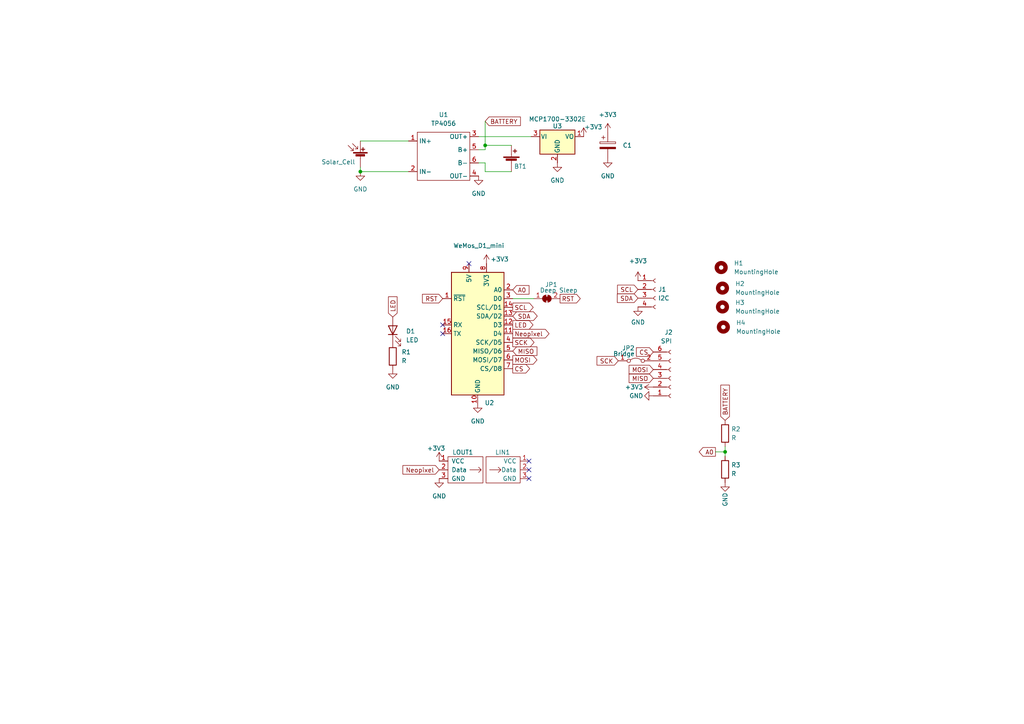
<source format=kicad_sch>
(kicad_sch (version 20211123) (generator eeschema)
  (paper "A4")
  (title_block (title "Solar Light") (date "2022-10-23") (rev "v0.1") (company "Fablab Zürich / Beat Besmer / Bernd Heistercamp"))
  (lib_symbols
    (symbol "Connector:Conn_01x04_Female" (pin_names (offset 1.016) hide)
      (property "Reference" "J" (at 0 5.08 0))
      (property "Value" "Conn_01x04_Female" (at 0 -7.62 0))
      (symbol "Conn_01x04_Female_1_1"
        (arc (start 0 -4.572) (mid -0.508 -5.08) (end 0 -5.588) (stroke (width 0.1524)))
        (arc (start 0 -2.032) (mid -0.508 -2.54) (end 0 -3.048) (stroke (width 0.1524)))
        (polyline (pts (xy -1.27 -5.08) (xy -0.508 -5.08)) (stroke (width 0.1524)))
        (polyline (pts (xy -1.27 -2.54) (xy -0.508 -2.54)) (stroke (width 0.1524)))
        (polyline (pts (xy -1.27 0) (xy -0.508 0)) (stroke (width 0.1524)))
        (polyline (pts (xy -1.27 2.54) (xy -0.508 2.54)) (stroke (width 0.1524)))
        (arc (start 0 0.508) (mid -0.508 0) (end 0 -0.508) (stroke (width 0.1524)))
        (arc (start 0 3.048) (mid -0.508 2.54) (end 0 2.032) (stroke (width 0.1524)))
        (pin passive line (at -5.08 2.54 0) (length 3.81) (name "Pin_1") (number "1"))
        (pin passive line (at -5.08 0 0) (length 3.81) (name "Pin_2") (number "2"))
        (pin passive line (at -5.08 -2.54 0) (length 3.81) (name "Pin_3") (number "3"))
        (pin passive line (at -5.08 -5.08 0) (length 3.81) (name "Pin_4") (number "4"))
      )
    )
    (symbol "Connector:Conn_01x06_Female" (pin_names (offset 1.016) hide)
      (property "Reference" "J" (at 0 7.62 0))
      (property "Value" "Conn_01x06_Female" (at 0 -10.16 0))
      (symbol "Conn_01x06_Female_1_1"
        (arc (start 0 -7.112) (mid -0.508 -7.62) (end 0 -8.128) (stroke (width 0.1524)))
        (arc (start 0 -4.572) (mid -0.508 -5.08) (end 0 -5.588) (stroke (width 0.1524)))
        (arc (start 0 -2.032) (mid -0.508 -2.54) (end 0 -3.048) (stroke (width 0.1524)))
        (polyline (pts (xy -1.27 -7.62) (xy -0.508 -7.62)) (stroke (width 0.1524)))
        (polyline (pts (xy -1.27 -5.08) (xy -0.508 -5.08)) (stroke (width 0.1524)))
        (polyline (pts (xy -1.27 -2.54) (xy -0.508 -2.54)) (stroke (width 0.1524)))
        (polyline (pts (xy -1.27 0) (xy -0.508 0)) (stroke (width 0.1524)))
        (polyline (pts (xy -1.27 2.54) (xy -0.508 2.54)) (stroke (width 0.1524)))
        (polyline (pts (xy -1.27 5.08) (xy -0.508 5.08)) (stroke (width 0.1524)))
        (arc (start 0 0.508) (mid -0.508 0) (end 0 -0.508) (stroke (width 0.1524)))
        (arc (start 0 3.048) (mid -0.508 2.54) (end 0 2.032) (stroke (width 0.1524)))
        (arc (start 0 5.588) (mid -0.508 5.08) (end 0 4.572) (stroke (width 0.1524)))
        (pin passive line (at -5.08 5.08 0) (length 3.81) (name "Pin_1") (number "1"))
        (pin passive line (at -5.08 2.54 0) (length 3.81) (name "Pin_2") (number "2"))
        (pin passive line (at -5.08 0 0) (length 3.81) (name "Pin_3") (number "3"))
        (pin passive line (at -5.08 -2.54 0) (length 3.81) (name "Pin_4") (number "4"))
        (pin passive line (at -5.08 -5.08 0) (length 3.81) (name "Pin_5") (number "5"))
        (pin passive line (at -5.08 -7.62 0) (length 3.81) (name "Pin_6") (number "6"))
      )
    )
    (symbol "Device:Battery_Cell" (pin_numbers hide) (pin_names (offset 0) hide)
      (property "Reference" "BT" (at 2.54 2.54 0))
      (property "Value" "Battery_Cell" (at 2.54 0 0))
      (symbol "Battery_Cell_0_1"
        (rectangle (start -2.286 1.778) (end 2.286 1.524) (fill (type outline)))
        (rectangle (start -1.5748 1.1938) (end 1.4732 0.6858) (fill (type outline)))
        (polyline (pts (xy 0 0.762) (xy 0 0)))
        (polyline (pts (xy 0 1.778) (xy 0 2.54)))
        (polyline (pts (xy 0.508 3.429) (xy 1.524 3.429)) (stroke (width 0.254)))
        (polyline (pts (xy 1.016 3.937) (xy 1.016 2.921)) (stroke (width 0.254)))
      )
      (symbol "Battery_Cell_1_1"
        (pin passive line (at 0 5.08 270) (length 2.54) (name "+") (number "1"))
        (pin passive line (at 0 -2.54 90) (length 2.54) (name "-") (number "2"))
      )
    )
    (symbol "Device:C_Polarized" (pin_numbers hide) (pin_names (offset 0.254))
      (property "Reference" "C" (at 0.635 2.54 0))
      (property "Value" "C_Polarized" (at 0.635 -2.54 0))
      (symbol "C_Polarized_0_1"
        (rectangle (start -2.286 0.508) (end 2.286 1.016))
        (polyline (pts (xy -1.778 2.286) (xy -0.762 2.286)))
        (polyline (pts (xy -1.27 2.794) (xy -1.27 1.778)))
        (rectangle (start 2.286 -0.508) (end -2.286 -1.016) (fill (type outline)))
      )
      (symbol "C_Polarized_1_1"
        (pin passive line (at 0 3.81 270) (length 2.794) (name "~") (number "1"))
        (pin passive line (at 0 -3.81 90) (length 2.794) (name "~") (number "2"))
      )
    )
    (symbol "Device:LED" (pin_numbers hide) (pin_names (offset 1.016) hide)
      (property "Reference" "D" (at 0 2.54 0))
      (property "Value" "LED" (at 0 -2.54 0))
      (symbol "LED_0_1"
        (polyline (pts (xy -1.27 -1.27) (xy -1.27 1.27)) (stroke (width 0.254)))
        (polyline (pts (xy -1.27 0) (xy 1.27 0)))
        (polyline (pts (xy 1.27 -1.27) (xy 1.27 1.27) (xy -1.27 0) (xy 1.27 -1.27)) (stroke (width 0.254)))
        (polyline (pts (xy -3.048 -0.762) (xy -4.572 -2.286) (xy -3.81 -2.286) (xy -4.572 -2.286) (xy -4.572 -1.524)))
        (polyline (pts (xy -1.778 -0.762) (xy -3.302 -2.286) (xy -2.54 -2.286) (xy -3.302 -2.286) (xy -3.302 -1.524)))
      )
      (symbol "LED_1_1"
        (pin passive line (at -3.81 0 0) (length 2.54) (name "K") (number "1"))
        (pin passive line (at 3.81 0 180) (length 2.54) (name "A") (number "2"))
      )
    )
    (symbol "Device:R" (pin_numbers hide) (pin_names (offset 0))
      (property "Reference" "R" (at 2.032 0 90))
      (property "Value" "R" (at 0 0 90))
      (symbol "R_0_1"
        (rectangle (start -1.016 -2.54) (end 1.016 2.54) (stroke (width 0.254)))
      )
      (symbol "R_1_1"
        (pin passive line (at 0 3.81 270) (length 1.27) (name "~") (number "1"))
        (pin passive line (at 0 -3.81 90) (length 1.27) (name "~") (number "2"))
      )
    )
    (symbol "Device:Solar_Cell" (pin_numbers hide) (pin_names (offset 0) hide)
      (property "Reference" "SC" (at 2.54 2.54 0))
      (property "Value" "Solar_Cell" (at 2.54 0 0))
      (symbol "Solar_Cell_0_1"
        (rectangle (start -2.032 1.778) (end 2.032 1.524) (fill (type outline)))
        (rectangle (start -1.3208 1.1938) (end 1.27 0.6858) (fill (type outline)))
        (polyline (pts (xy -2.032 2.286) (xy -3.556 3.81)))
        (polyline (pts (xy -0.762 2.794) (xy -2.286 4.318)))
        (polyline (pts (xy 0 0.762) (xy 0 0)))
        (polyline (pts (xy 0 1.778) (xy 0 2.54)))
        (polyline (pts (xy 0.254 2.667) (xy 1.27 2.667)) (stroke (width 0.254)))
        (polyline (pts (xy 0.762 3.175) (xy 0.762 2.159)) (stroke (width 0.254)))
        (polyline (pts (xy -2.032 3.048) (xy -2.032 2.286) (xy -2.794 2.286)))
        (polyline (pts (xy -0.762 3.556) (xy -0.762 2.794) (xy -1.524 2.794)))
      )
      (symbol "Solar_Cell_1_1"
        (pin passive line (at 0 5.08 270) (length 2.54) (name "+") (number "1"))
        (pin passive line (at 0 -2.54 90) (length 2.54) (name "-") (number "2"))
      )
    )
    (symbol "Jumper:Jumper_2_Bridged" (pin_names (offset 0) hide)
      (property "Reference" "JP" (at 0 1.905 0))
      (property "Value" "Jumper_2_Bridged" (at 0 -2.54 0))
      (symbol "Jumper_2_Bridged_0_0"
        (circle (center -2.032 0) (radius 0.508))
        (circle (center 2.032 0) (radius 0.508))
      )
      (symbol "Jumper_2_Bridged_0_1"
        (arc (start 1.524 0.254) (mid 0 0.762) (end -1.524 0.254))
      )
      (symbol "Jumper_2_Bridged_1_1"
        (pin passive line (at -5.08 0 0) (length 2.54) (name "A") (number "1"))
        (pin passive line (at 5.08 0 180) (length 2.54) (name "B") (number "2"))
      )
    )
    (symbol "Jumper:SolderJumper_2_Bridged" (pin_names (offset 0) hide)
      (property "Reference" "JP" (at 0 2.032 0))
      (property "Value" "SolderJumper_2_Bridged" (at 0 -2.54 0))
      (symbol "SolderJumper_2_Bridged_0_1"
        (rectangle (start -0.508 0.508) (end 0.508 -0.508) (fill (type outline)))
        (arc (start -0.254 1.016) (mid -1.27 0) (end -0.254 -1.016))
        (arc (start -0.254 1.016) (mid -1.27 0) (end -0.254 -1.016) (fill (type outline)))
        (polyline (pts (xy -0.254 1.016) (xy -0.254 -1.016)))
        (polyline (pts (xy 0.254 1.016) (xy 0.254 -1.016)))
        (arc (start 0.254 -1.016) (mid 1.27 0) (end 0.254 1.016))
        (arc (start 0.254 -1.016) (mid 1.27 0) (end 0.254 1.016) (fill (type outline)))
      )
      (symbol "SolderJumper_2_Bridged_1_1"
        (pin passive line (at -3.81 0 0) (length 2.54) (name "A") (number "1"))
        (pin passive line (at 3.81 0 180) (length 2.54) (name "B") (number "2"))
      )
    )
    (symbol "MCU_Module:WeMos_D1_mini"
      (property "Reference" "U" (at 3.81 19.05 0))
      (property "Value" "WeMos_D1_mini" (at 1.27 -19.05 0))
      (symbol "WeMos_D1_mini_1_1"
        (rectangle (start -7.62 17.78) (end 7.62 -17.78) (stroke (width 0.254)) (fill (type background)))
        (pin input line (at -10.16 10.16 0) (length 2.54) (name "~{RST}") (number "1"))
        (pin power_in line (at 0 -20.32 90) (length 2.54) (name "GND") (number "10"))
        (pin bidirectional line (at 10.16 0 180) (length 2.54) (name "D4") (number "11"))
        (pin bidirectional line (at 10.16 2.54 180) (length 2.54) (name "D3") (number "12"))
        (pin bidirectional line (at 10.16 5.08 180) (length 2.54) (name "SDA/D2") (number "13"))
        (pin bidirectional line (at 10.16 7.62 180) (length 2.54) (name "SCL/D1") (number "14"))
        (pin input line (at -10.16 2.54 0) (length 2.54) (name "RX") (number "15"))
        (pin output line (at -10.16 0 0) (length 2.54) (name "TX") (number "16"))
        (pin input line (at 10.16 12.7 180) (length 2.54) (name "A0") (number "2"))
        (pin bidirectional line (at 10.16 10.16 180) (length 2.54) (name "D0") (number "3"))
        (pin bidirectional line (at 10.16 -2.54 180) (length 2.54) (name "SCK/D5") (number "4"))
        (pin bidirectional line (at 10.16 -5.08 180) (length 2.54) (name "MISO/D6") (number "5"))
        (pin bidirectional line (at 10.16 -7.62 180) (length 2.54) (name "MOSI/D7") (number "6"))
        (pin bidirectional line (at 10.16 -10.16 180) (length 2.54) (name "CS/D8") (number "7"))
        (pin power_out line (at 2.54 20.32 270) (length 2.54) (name "3V3") (number "8"))
        (pin power_in line (at -2.54 20.32 270) (length 2.54) (name "5V") (number "9"))
      )
    )
    (symbol "Mechanical:MountingHole" (pin_names (offset 1.016))
      (property "Reference" "H" (at 0 5.08 0))
      (property "Value" "MountingHole" (at 0 3.175 0))
      (symbol "MountingHole_0_1"
        (circle (center 0 0) (radius 1.27) (stroke (width 1.27)))
      )
    )
    (symbol "NeopixelStrip:LEDs_In" (pin_names (offset 1.016))
      (property "Reference" "LIN" (at 0 7.62 0))
      (property "Value" "LEDs_In" (at 0 5.08 0))
      (symbol "LEDs_In_0_1"
        (rectangle (start -4.826 3.81) (end 5.08 -3.81) (stroke (width 0.1524)))
        (polyline (pts (xy -3.81 0) (xy -0.508 0) (xy -1.27 0.762) (xy -0.508 0) (xy -1.27 -0.762)) (stroke (width 0.1524)))
      )
      (symbol "LEDs_In_1_1"
        (pin power_out line (at 7.62 2.54 180) (length 2.54) (name "VCC") (number "1"))
        (pin output line (at 7.62 0 180) (length 2.54) (name "Data") (number "2"))
        (pin power_out line (at 7.62 -2.54 180) (length 2.54) (name "GND") (number "3"))
      )
    )
    (symbol "NeopixelStrip:LEDs_Out" (pin_names (offset 1.016))
      (property "Reference" "LOUT" (at 0 7.874 0))
      (property "Value" "LEDs_Out" (at 0 6.096 0))
      (symbol "LEDs_Out_0_1"
        (rectangle (start -5.08 5.08) (end 5.08 -2.54) (stroke (width 0.1524)))
        (polyline (pts (xy 1.27 1.27) (xy 4.572 1.27) (xy 3.81 2.032) (xy 4.572 1.27) (xy 3.81 0.508)) (stroke (width 0.1524)))
      )
      (symbol "LEDs_Out_1_1"
        (pin power_in line (at -7.62 3.81 0) (length 2.54) (name "VCC") (number "1"))
        (pin input line (at -7.62 1.27 0) (length 2.54) (name "Data") (number "2"))
        (pin power_in line (at -7.62 -1.27 0) (length 2.54) (name "GND") (number "3"))
      )
    )
    (symbol "Regulator_Linear:L78L33_TO92" (pin_names (offset 0.254))
      (property "Reference" "U" (at -3.81 3.175 0))
      (property "Value" "L78L33_TO92" (at 0 3.175 0))
      (symbol "L78L33_TO92_0_1"
        (rectangle (start -5.08 -5.08) (end 5.08 1.905) (stroke (width 0.254)) (fill (type background)))
      )
      (symbol "L78L33_TO92_1_1"
        (pin power_out line (at 7.62 0 180) (length 2.54) (name "VO") (number "1"))
        (pin power_in line (at 0 -7.62 90) (length 2.54) (name "GND") (number "2"))
        (pin power_in line (at -7.62 0 0) (length 2.54) (name "VI") (number "3"))
      )
    )
    (symbol "TP4056:TP4056"
      (property "Reference" "U" (at 0 8.89 0))
      (property "Value" "TP4056" (at 0 -7.62 0))
      (symbol "TP4056_0_1"
        (rectangle (start -7.62 7.62) (end 7.62 -6.35))
      )
      (symbol "TP4056_1_1"
        (pin power_in line (at -10.16 5.08 0) (length 2.54) (name "IN+") (number "1"))
        (pin power_in line (at -10.16 -3.81 0) (length 2.54) (name "IN-") (number "2"))
        (pin power_out line (at 10.16 6.35 180) (length 2.54) (name "OUT+") (number "3"))
        (pin power_out line (at 10.16 -5.08 180) (length 2.54) (name "OUT-") (number "4"))
        (pin power_in line (at 10.16 2.54 180) (length 2.54) (name "B+") (number "5"))
        (pin power_in line (at 10.16 -1.27 180) (length 2.54) (name "B-") (number "6"))
      )
    )
    (symbol "power:+3V3" (power) (pin_names (offset 0))
      (property "Value" "+3V3" (at 0 3.556 0))
      (symbol "+3V3_0_1"
        (polyline (pts (xy -0.762 1.27) (xy 0 2.54)))
        (polyline (pts (xy 0 0) (xy 0 2.54)))
        (polyline (pts (xy 0 2.54) (xy 0.762 1.27)))
      )
      (symbol "+3V3_1_1"
        (pin power_in line (at 0 0 90) (length 0) hide (name "+3V3") (number "1"))
      )
    )
    (symbol "power:GND" (power) (pin_names (offset 0))
      (property "Value" "GND" (at 0 -3.81 0))
      (symbol "GND_0_1"
        (polyline (pts (xy 0 0) (xy 0 -1.27) (xy 1.27 -1.27) (xy 0 -2.54) (xy -1.27 -1.27) (xy 0 -1.27)))
      )
      (symbol "GND_1_1"
        (pin power_in line (at 0 0 270) (length 0) hide (name "GND") (number "1"))
      )
    )
  )
  (junction (at 104.521 49.784))
  (junction (at 210.312 131.064))
  (junction (at 140.716 42.164))
  (no_connect (at 153.416 136.271))
  (no_connect (at 136.017 76.454))
  (no_connect (at 128.397 94.234))
  (no_connect (at 128.397 96.774))
  (no_connect (at 153.416 138.811))
  (no_connect (at 153.416 133.731))
  (wire (pts (xy 140.716 42.164) (xy 148.336 42.164)))
  (wire (pts (xy 140.716 49.784) (xy 140.716 47.244)))
  (wire (pts (xy 138.811 39.624) (xy 154.051 39.624)))
  (wire (pts (xy 104.521 49.784) (xy 104.521 48.514)))
  (wire (pts (xy 148.717 86.614) (xy 154.813 86.614)))
  (wire (pts (xy 140.716 35.179) (xy 140.716 42.164)))
  (wire (pts (xy 118.491 49.784) (xy 104.521 49.784)))
  (wire (pts (xy 138.811 43.434) (xy 140.716 43.434)))
  (wire (pts (xy 207.518 131.064) (xy 210.312 131.064)))
  (wire (pts (xy 210.312 129.54) (xy 210.312 131.064)))
  (wire (pts (xy 210.312 131.064) (xy 210.312 132.334)))
  (wire (pts (xy 140.716 43.434) (xy 140.716 42.164)))
  (wire (pts (xy 104.521 40.894) (xy 118.491 40.894)))
  (wire (pts (xy 140.716 47.244) (xy 138.811 47.244)))
  (wire (pts (xy 140.716 49.784) (xy 148.336 49.784)))
  (global_label "SCL" (shape input) (at 185.039 83.947 180) (property "Intersheet References" "${INTERSHEET_REFS}" (effects hide)))
  (global_label "RST" (shape output) (at 162.433 86.614 0) (property "Intersheet References" "${INTERSHEET_REFS}" (effects hide)))
  (global_label "MOSI" (shape output) (at 148.717 104.394 0) (property "Intersheet References" "${INTERSHEET_REFS}" (effects hide)))
  (global_label "SDA" (shape bidirectional) (at 148.717 91.694 0) (property "Intersheet References" "${INTERSHEET_REFS}" (effects hide)))
  (global_label "CS" (shape output) (at 148.717 106.934 0) (property "Intersheet References" "${INTERSHEET_REFS}" (effects hide)))
  (global_label "A0" (shape output) (at 207.518 131.064 180) (property "Intersheet References" "${INTERSHEET_REFS}" (effects hide)))
  (global_label "LED" (shape input) (at 113.919 91.948 90) (property "Intersheet References" "${INTERSHEET_REFS}" (effects hide)))
  (global_label "MOSI" (shape input) (at 189.484 107.188 180) (property "Intersheet References" "${INTERSHEET_REFS}" (effects hide)))
  (global_label "LED" (shape output) (at 148.717 94.234 0) (property "Intersheet References" "${INTERSHEET_REFS}" (effects hide)))
  (global_label "MISO" (shape input) (at 148.717 101.854 0) (property "Intersheet References" "${INTERSHEET_REFS}" (effects hide)))
  (global_label "CS" (shape input) (at 189.484 102.108 180) (property "Intersheet References" "${INTERSHEET_REFS}" (effects hide)))
  (global_label "SCL" (shape output) (at 148.717 89.154 0) (property "Intersheet References" "${INTERSHEET_REFS}" (effects hide)))
  (global_label "BATTERY" (shape input) (at 140.716 35.179 0) (property "Intersheet References" "${INTERSHEET_REFS}" (effects hide)))
  (global_label "SCK" (shape output) (at 148.717 99.314 0) (property "Intersheet References" "${INTERSHEET_REFS}" (effects hide)))
  (global_label "Neopixel" (shape input) (at 127.381 136.271 180) (property "Intersheet References" "${INTERSHEET_REFS}" (effects hide)))
  (global_label "BATTERY" (shape input) (at 210.312 121.92 90) (property "Intersheet References" "${INTERSHEET_REFS}" (effects hide)))
  (global_label "RST" (shape input) (at 128.397 86.614 180) (property "Intersheet References" "${INTERSHEET_REFS}" (effects hide)))
  (global_label "A0" (shape input) (at 148.717 84.074 0) (property "Intersheet References" "${INTERSHEET_REFS}" (effects hide)))
  (global_label "SDA" (shape input) (at 185.039 86.487 180) (property "Intersheet References" "${INTERSHEET_REFS}" (effects hide)))
  (global_label "Neopixel" (shape output) (at 148.717 96.774 0) (property "Intersheet References" "${INTERSHEET_REFS}" (effects hide)))
  (global_label "SCK" (shape input) (at 179.324 104.648 180) (property "Intersheet References" "${INTERSHEET_REFS}" (effects hide)))
  (global_label "MISO" (shape input) (at 189.484 109.728 180) (property "Intersheet References" "${INTERSHEET_REFS}" (effects hide)))
  (symbol (lib_id "power:+3V3") (at 185.039 81.407 0) (unit 1)
    (property "Reference" "#PWR0111" (effects hide))
    (property "Value" "+3V3" (at 185.039 75.692 0))
  )
  (symbol (lib_id "Device:Battery_Cell") (at 148.336 47.244 0) (unit 1)
    (property "Reference" "BT1" (at 149.098 48.26 0) (effects (justify left)))
    (property "Value" "Battery_Cell" (effects hide))
    (property "Footprint" "Connector_PinHeader_2.54mm:PinHeader_1x02_P2.54mm_Vertical" (effects hide))
  )
  (symbol (lib_id "Device:LED") (at 113.919 95.758 90) (unit 1)
    (property "Reference" "D1" (at 117.729 96.0754 90) (effects (justify right)))
    (property "Value" "LED" (at 117.729 98.6154 90) (effects (justify right)))
    (property "Footprint" "LED_THT:LED_D5.0mm" (effects hide))
  )
  (symbol (lib_id "power:GND") (at 210.312 139.954 0) (unit 1)
    (property "Reference" "#PWR0115" (effects hide))
    (property "Value" "GND" (at 210.312 146.939 90) (effects (justify left)))
  )
  (symbol (lib_id "Device:R") (at 113.919 103.378 0) (unit 1)
    (property "Reference" "R1" (at 116.459 102.1079 0) (effects (justify left)))
    (property "Value" "R" (at 116.459 104.6479 0) (effects (justify left)))
    (property "Footprint" "Resistor_THT:R_Axial_DIN0207_L6.3mm_D2.5mm_P2.54mm_Vertical" (effects hide))
  )
  (symbol (lib_id "power:GND") (at 176.276 45.974 0) (unit 1)
    (property "Reference" "#PWR0103" (effects hide))
    (property "Value" "GND" (at 176.276 51.054 0))
  )
  (symbol (lib_id "Mechanical:MountingHole") (at 209.169 77.597 0) (unit 1)
    (property "Reference" "H1" (at 212.852 76.3269 0) (effects (justify left)))
    (property "Value" "MountingHole" (at 212.852 78.8669 0) (effects (justify left)))
    (property "Footprint" "MountingHole:MountingHole_3.2mm_M3" (effects hide))
  )
  (symbol (lib_id "power:GND") (at 113.919 107.188 0) (unit 1)
    (property "Reference" "#PWR0106" (effects hide))
    (property "Value" "GND" (at 113.919 112.268 0))
  )
  (symbol (lib_id "Device:Solar_Cell") (at 104.521 45.974 0) (unit 1)
    (property "Reference" "SC1" (effects hide))
    (property "Value" "Solar_Cell" (at 93.218 46.99 0) (effects (justify left)))
    (property "Footprint" "Connector_PinHeader_2.54mm:PinHeader_1x02_P2.54mm_Vertical" (effects hide))
  )
  (symbol (lib_id "power:GND") (at 104.521 49.784 0) (unit 1)
    (property "Reference" "#PWR0114" (effects hide))
    (property "Value" "GND" (at 104.521 54.864 0))
  )
  (symbol (lib_id "power:+3V3") (at 169.291 39.624 0) (unit 1)
    (property "Reference" "#PWR0104" (effects hide))
    (property "Value" "+3V3" (at 172.085 36.83 0))
  )
  (symbol (lib_id "Mechanical:MountingHole") (at 209.55 89.027 0) (unit 1)
    (property "Reference" "H3" (at 213.233 87.7569 0) (effects (justify left)))
    (property "Value" "MountingHole" (at 213.233 90.2969 0) (effects (justify left)))
    (property "Footprint" "MountingHole:MountingHole_3.2mm_M3" (effects hide))
  )
  (symbol (lib_id "Regulator_Linear:L78L33_TO92") (at 161.671 39.624 0) (unit 1)
    (property "Reference" "U3" (at 161.671 36.576 0))
    (property "Value" "MCP1700-3302E" (at 161.671 34.544 0))
    (property "Footprint" "Package_TO_SOT_THT:TO-92_Inline" (effects hide))
    (property "Datasheet" "http://www.st.com/content/ccc/resource/technical/document/datasheet/15/55/e5/aa/23/5b/43/fd/CD00000446.pdf/files/CD00000446.pdf/jcr:content/translations/en.CD00000446.pdf" (effects hide))
  )
  (symbol (lib_id "power:GND") (at 185.039 89.027 0) (unit 1)
    (property "Reference" "#PWR0110" (effects hide))
    (property "Value" "GND" (at 185.039 93.472 0))
  )
  (symbol (lib_id "power:+3V3") (at 189.484 112.268 90) (unit 1)
    (property "Reference" "#PWR0109" (effects hide))
    (property "Value" "+3V3" (at 181.229 112.268 90) (effects (justify right)))
  )
  (symbol (lib_id "TP4056:TP4056") (at 128.651 45.974 0) (unit 1)
    (property "Reference" "U1" (at 128.651 33.274 0))
    (property "Value" "TP4056" (at 128.651 35.814 0))
    (property "Footprint" "TP4056:TP4056" (effects hide))
  )
  (symbol (lib_id "power:GND") (at 127.381 138.811 0) (unit 1)
    (property "Reference" "#PWR0112" (effects hide))
    (property "Value" "GND" (at 127.381 143.891 0))
  )
  (symbol (lib_id "Jumper:SolderJumper_2_Bridged") (at 158.623 86.614 0) (unit 1)
    (property "Reference" "JP1" (at 159.893 82.55 0))
    (property "Value" "Deep Sleep" (at 162.052 84.201 0))
    (property "Footprint" "Jumper:SolderJumper-2_P1.3mm_Bridged_Pad1.0x1.5mm" (effects hide))
  )
  (symbol (lib_id "power:+3V3") (at 176.276 38.354 0) (unit 1)
    (property "Reference" "#PWR0105" (effects hide))
    (property "Value" "+3V3" (at 176.276 33.274 0))
  )
  (symbol (lib_id "Jumper:Jumper_2_Bridged") (at 184.404 104.648 0) (unit 1)
    (property "Reference" "JP2" (at 182.245 100.965 0))
    (property "Value" "Bridge" (at 180.975 102.616 0))
    (property "Footprint" "Resistor_THT:R_Box_L8.4mm_W2.5mm_P5.08mm" (effects hide))
  )
  (symbol (lib_id "Mechanical:MountingHole") (at 209.55 83.566 0) (unit 1)
    (property "Reference" "H2" (at 213.233 82.2959 0) (effects (justify left)))
    (property "Value" "MountingHole" (at 213.233 84.8359 0) (effects (justify left)))
    (property "Footprint" "MountingHole:MountingHole_3.2mm_M3" (effects hide))
  )
  (symbol (lib_id "Connector:Conn_01x04_Female") (at 190.119 83.947 0) (unit 1)
    (property "Reference" "J1" (at 190.881 83.9469 0) (effects (justify left)))
    (property "Value" "I2C" (at 190.881 86.4869 0) (effects (justify left)))
    (property "Footprint" "Connector_PinHeader_2.54mm:PinHeader_1x04_P2.54mm_Vertical" (effects hide))
  )
  (symbol (lib_id "power:GND") (at 161.671 47.244 0) (unit 1)
    (property "Reference" "#PWR0102" (effects hide))
    (property "Value" "GND" (at 161.671 52.324 0))
  )
  (symbol (lib_id "Connector:Conn_01x06_Female") (at 194.564 109.728 0) (mirror x) (unit 1)
    (property "Reference" "J2" (at 193.929 96.393 0))
    (property "Value" "SPI" (at 193.294 98.933 0))
    (property "Footprint" "Connector_PinHeader_2.54mm:PinHeader_1x06_P2.54mm_Vertical" (effects hide))
  )
  (symbol (lib_id "power:GND") (at 138.811 51.054 0) (unit 1)
    (property "Reference" "#PWR0101" (effects hide))
    (property "Value" "GND" (at 138.811 56.134 0))
  )
  (symbol (lib_id "MCU_Module:WeMos_D1_mini") (at 138.557 96.774 0) (unit 1)
    (property "Reference" "U2" (at 140.5764 116.84 0) (effects (justify left)))
    (property "Value" "WeMos_D1_mini" (at 131.445 71.247 0) (effects (justify left)))
    (property "Footprint" "Module:WEMOS_D1_mini_light" (effects hide))
    (property "Datasheet" "https://wiki.wemos.cc/products:d1:d1_mini#documentation" (effects hide))
  )
  (symbol (lib_id "power:+3V3") (at 127.381 133.731 0) (unit 1)
    (property "Reference" "#PWR0113" (effects hide))
    (property "Value" "+3V3" (at 126.492 130.048 0))
  )
  (symbol (lib_id "Device:R") (at 210.312 125.73 0) (unit 1)
    (property "Reference" "R2" (at 212.09 124.4599 0) (effects (justify left)))
    (property "Value" "R" (at 212.09 126.9999 0) (effects (justify left)))
    (property "Footprint" "Resistor_THT:R_Axial_DIN0207_L6.3mm_D2.5mm_P7.62mm_Horizontal" (effects hide))
  )
  (symbol (lib_id "NeopixelStrip:LEDs_Out") (at 135.001 137.541 0) (unit 1)
    (property "Reference" "LOUT1" (at 131.191 131.191 0) (effects (justify left)))
    (property "Value" "LEDs_Out" (effects hide))
    (property "Footprint" "NeopixelStrip:LED-Strip" (effects hide))
  )
  (symbol (lib_id "Device:C_Polarized") (at 176.276 42.164 0) (unit 1)
    (property "Reference" "C1" (at 180.594 42.164 0) (effects (justify left)))
    (property "Value" "C_Polarized" (effects hide))
    (property "Footprint" "Capacitor_THT:CP_Radial_D5.0mm_P2.00mm" (effects hide))
  )
  (symbol (lib_id "Device:R") (at 210.312 136.144 0) (mirror y) (unit 1)
    (property "Reference" "R3" (at 212.09 134.8739 0) (effects (justify right)))
    (property "Value" "R" (at 212.09 137.4139 0) (effects (justify right)))
    (property "Footprint" "Resistor_THT:R_Axial_DIN0207_L6.3mm_D2.5mm_P7.62mm_Horizontal" (effects hide))
  )
  (symbol (lib_id "power:+3V3") (at 141.097 76.454 0) (unit 1)
    (property "Reference" "#PWR0107" (effects hide))
    (property "Value" "+3V3" (at 144.907 75.184 0))
  )
  (symbol (lib_id "power:GND") (at 189.484 114.808 270) (unit 1)
    (property "Reference" "#PWR0108" (effects hide))
    (property "Value" "GND" (at 182.499 114.808 90) (effects (justify left)))
  )
  (symbol (lib_id "NeopixelStrip:LEDs_In") (at 145.796 136.271 0) (unit 1)
    (property "Reference" "LIN1" (at 145.796 131.191 0))
    (property "Value" "LEDs_In" (effects hide))
    (property "Footprint" "NeopixelStrip:LED-Strip" (effects hide))
  )
  (symbol (lib_id "Mechanical:MountingHole") (at 209.804 94.869 0) (unit 1)
    (property "Reference" "H4" (at 213.487 93.5989 0) (effects (justify left)))
    (property "Value" "MountingHole" (at 213.487 96.1389 0) (effects (justify left)))
    (property "Footprint" "MountingHole:MountingHole_3.2mm_M3" (effects hide))
  )
  (symbol (lib_id "power:GND") (at 138.557 117.094 0) (unit 1)
    (property "Reference" "#PWR0116" (effects hide))
    (property "Value" "GND" (at 138.557 122.174 0))
  )
)
</source>
